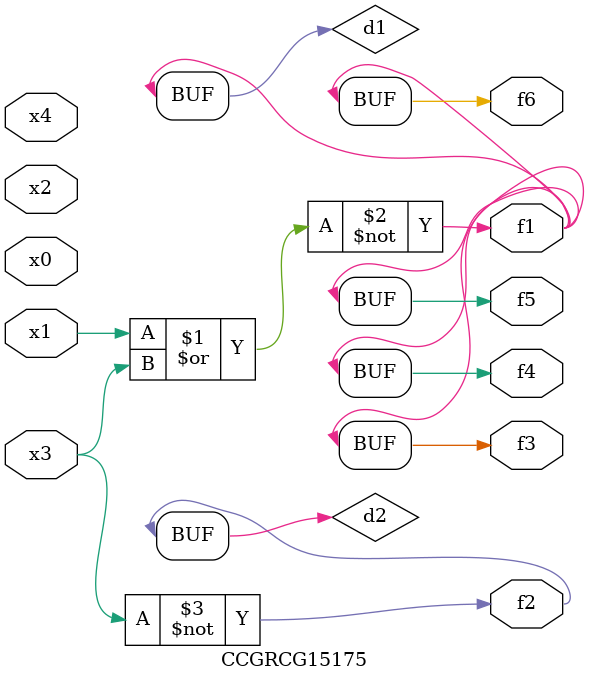
<source format=v>
module CCGRCG15175(
	input x0, x1, x2, x3, x4,
	output f1, f2, f3, f4, f5, f6
);

	wire d1, d2;

	nor (d1, x1, x3);
	not (d2, x3);
	assign f1 = d1;
	assign f2 = d2;
	assign f3 = d1;
	assign f4 = d1;
	assign f5 = d1;
	assign f6 = d1;
endmodule

</source>
